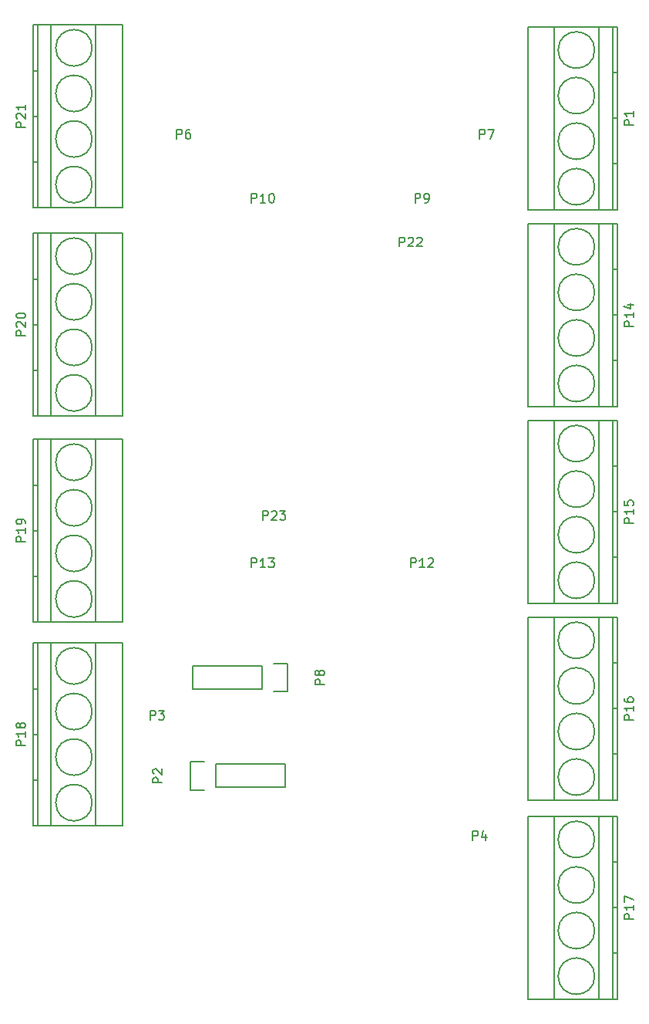
<source format=gbr>
G04 #@! TF.FileFunction,Legend,Top*
%FSLAX46Y46*%
G04 Gerber Fmt 4.6, Leading zero omitted, Abs format (unit mm)*
G04 Created by KiCad (PCBNEW 4.0.3+e1-6302~38~ubuntu16.04.1-stable) date Thu Aug 18 14:21:30 2016*
%MOMM*%
%LPD*%
G01*
G04 APERTURE LIST*
%ADD10C,0.100000*%
%ADD11C,0.150000*%
G04 APERTURE END LIST*
D10*
D11*
X114463000Y-28394000D02*
X114963000Y-28394000D01*
X112463000Y-25894000D02*
G75*
G03X112463000Y-25894000I-2000000J0D01*
G01*
X112463000Y-30894000D02*
G75*
G03X112463000Y-30894000I-2000000J0D01*
G01*
X114463000Y-33394000D02*
X114963000Y-33394000D01*
X114463000Y-38394000D02*
X114963000Y-38394000D01*
X112463000Y-35894000D02*
G75*
G03X112463000Y-35894000I-2000000J0D01*
G01*
X112463000Y-40894000D02*
G75*
G03X112463000Y-40894000I-2000000J0D01*
G01*
X112963000Y-43394000D02*
X112963000Y-23394000D01*
X108063000Y-43394000D02*
X108063000Y-23394000D01*
X114463000Y-43394000D02*
X114463000Y-23394000D01*
X114963000Y-43394000D02*
X114963000Y-23394000D01*
X114963000Y-23394000D02*
X105163000Y-23394000D01*
X105163000Y-23394000D02*
X105163000Y-43394000D01*
X105163000Y-43394000D02*
X114963000Y-43394000D01*
X70866000Y-106807000D02*
X78486000Y-106807000D01*
X70866000Y-104267000D02*
X78486000Y-104267000D01*
X68046000Y-103987000D02*
X69596000Y-103987000D01*
X78486000Y-106807000D02*
X78486000Y-104267000D01*
X70866000Y-104267000D02*
X70866000Y-106807000D01*
X69596000Y-107087000D02*
X68046000Y-107087000D01*
X68046000Y-107087000D02*
X68046000Y-103987000D01*
X75946000Y-93472000D02*
X68326000Y-93472000D01*
X75946000Y-96012000D02*
X68326000Y-96012000D01*
X78766000Y-96292000D02*
X77216000Y-96292000D01*
X68326000Y-93472000D02*
X68326000Y-96012000D01*
X75946000Y-96012000D02*
X75946000Y-93472000D01*
X77216000Y-93192000D02*
X78766000Y-93192000D01*
X78766000Y-93192000D02*
X78766000Y-96292000D01*
X114463000Y-49984000D02*
X114963000Y-49984000D01*
X112463000Y-47484000D02*
G75*
G03X112463000Y-47484000I-2000000J0D01*
G01*
X112463000Y-52484000D02*
G75*
G03X112463000Y-52484000I-2000000J0D01*
G01*
X114463000Y-54984000D02*
X114963000Y-54984000D01*
X114463000Y-59984000D02*
X114963000Y-59984000D01*
X112463000Y-57484000D02*
G75*
G03X112463000Y-57484000I-2000000J0D01*
G01*
X112463000Y-62484000D02*
G75*
G03X112463000Y-62484000I-2000000J0D01*
G01*
X112963000Y-64984000D02*
X112963000Y-44984000D01*
X108063000Y-64984000D02*
X108063000Y-44984000D01*
X114463000Y-64984000D02*
X114463000Y-44984000D01*
X114963000Y-64984000D02*
X114963000Y-44984000D01*
X114963000Y-44984000D02*
X105163000Y-44984000D01*
X105163000Y-44984000D02*
X105163000Y-64984000D01*
X105163000Y-64984000D02*
X114963000Y-64984000D01*
X114463000Y-71574000D02*
X114963000Y-71574000D01*
X112463000Y-69074000D02*
G75*
G03X112463000Y-69074000I-2000000J0D01*
G01*
X112463000Y-74074000D02*
G75*
G03X112463000Y-74074000I-2000000J0D01*
G01*
X114463000Y-76574000D02*
X114963000Y-76574000D01*
X114463000Y-81574000D02*
X114963000Y-81574000D01*
X112463000Y-79074000D02*
G75*
G03X112463000Y-79074000I-2000000J0D01*
G01*
X112463000Y-84074000D02*
G75*
G03X112463000Y-84074000I-2000000J0D01*
G01*
X112963000Y-86574000D02*
X112963000Y-66574000D01*
X108063000Y-86574000D02*
X108063000Y-66574000D01*
X114463000Y-86574000D02*
X114463000Y-66574000D01*
X114963000Y-86574000D02*
X114963000Y-66574000D01*
X114963000Y-66574000D02*
X105163000Y-66574000D01*
X105163000Y-66574000D02*
X105163000Y-86574000D01*
X105163000Y-86574000D02*
X114963000Y-86574000D01*
X114463000Y-93164000D02*
X114963000Y-93164000D01*
X112463000Y-90664000D02*
G75*
G03X112463000Y-90664000I-2000000J0D01*
G01*
X112463000Y-95664000D02*
G75*
G03X112463000Y-95664000I-2000000J0D01*
G01*
X114463000Y-98164000D02*
X114963000Y-98164000D01*
X114463000Y-103164000D02*
X114963000Y-103164000D01*
X112463000Y-100664000D02*
G75*
G03X112463000Y-100664000I-2000000J0D01*
G01*
X112463000Y-105664000D02*
G75*
G03X112463000Y-105664000I-2000000J0D01*
G01*
X112963000Y-108164000D02*
X112963000Y-88164000D01*
X108063000Y-108164000D02*
X108063000Y-88164000D01*
X114463000Y-108164000D02*
X114463000Y-88164000D01*
X114963000Y-108164000D02*
X114963000Y-88164000D01*
X114963000Y-88164000D02*
X105163000Y-88164000D01*
X105163000Y-88164000D02*
X105163000Y-108164000D01*
X105163000Y-108164000D02*
X114963000Y-108164000D01*
X114463000Y-115008000D02*
X114963000Y-115008000D01*
X112463000Y-112508000D02*
G75*
G03X112463000Y-112508000I-2000000J0D01*
G01*
X112463000Y-117508000D02*
G75*
G03X112463000Y-117508000I-2000000J0D01*
G01*
X114463000Y-120008000D02*
X114963000Y-120008000D01*
X114463000Y-125008000D02*
X114963000Y-125008000D01*
X112463000Y-122508000D02*
G75*
G03X112463000Y-122508000I-2000000J0D01*
G01*
X112463000Y-127508000D02*
G75*
G03X112463000Y-127508000I-2000000J0D01*
G01*
X112963000Y-130008000D02*
X112963000Y-110008000D01*
X108063000Y-130008000D02*
X108063000Y-110008000D01*
X114463000Y-130008000D02*
X114463000Y-110008000D01*
X114963000Y-130008000D02*
X114963000Y-110008000D01*
X114963000Y-110008000D02*
X105163000Y-110008000D01*
X105163000Y-110008000D02*
X105163000Y-130008000D01*
X105163000Y-130008000D02*
X114963000Y-130008000D01*
X51272000Y-105972000D02*
X50772000Y-105972000D01*
X57272000Y-108472000D02*
G75*
G03X57272000Y-108472000I-2000000J0D01*
G01*
X57272000Y-103472000D02*
G75*
G03X57272000Y-103472000I-2000000J0D01*
G01*
X51272000Y-100972000D02*
X50772000Y-100972000D01*
X51272000Y-95972000D02*
X50772000Y-95972000D01*
X57272000Y-98472000D02*
G75*
G03X57272000Y-98472000I-2000000J0D01*
G01*
X57272000Y-93472000D02*
G75*
G03X57272000Y-93472000I-2000000J0D01*
G01*
X52772000Y-90972000D02*
X52772000Y-110972000D01*
X57672000Y-90972000D02*
X57672000Y-110972000D01*
X51272000Y-90972000D02*
X51272000Y-110972000D01*
X50772000Y-90972000D02*
X50772000Y-110972000D01*
X50772000Y-110972000D02*
X60572000Y-110972000D01*
X60572000Y-110972000D02*
X60572000Y-90972000D01*
X60572000Y-90972000D02*
X50772000Y-90972000D01*
X51272000Y-83620000D02*
X50772000Y-83620000D01*
X57272000Y-86120000D02*
G75*
G03X57272000Y-86120000I-2000000J0D01*
G01*
X57272000Y-81120000D02*
G75*
G03X57272000Y-81120000I-2000000J0D01*
G01*
X51272000Y-78620000D02*
X50772000Y-78620000D01*
X51272000Y-73620000D02*
X50772000Y-73620000D01*
X57272000Y-76120000D02*
G75*
G03X57272000Y-76120000I-2000000J0D01*
G01*
X57272000Y-71120000D02*
G75*
G03X57272000Y-71120000I-2000000J0D01*
G01*
X52772000Y-68620000D02*
X52772000Y-88620000D01*
X57672000Y-68620000D02*
X57672000Y-88620000D01*
X51272000Y-68620000D02*
X51272000Y-88620000D01*
X50772000Y-68620000D02*
X50772000Y-88620000D01*
X50772000Y-88620000D02*
X60572000Y-88620000D01*
X60572000Y-88620000D02*
X60572000Y-68620000D01*
X60572000Y-68620000D02*
X50772000Y-68620000D01*
X51272000Y-61014000D02*
X50772000Y-61014000D01*
X57272000Y-63514000D02*
G75*
G03X57272000Y-63514000I-2000000J0D01*
G01*
X57272000Y-58514000D02*
G75*
G03X57272000Y-58514000I-2000000J0D01*
G01*
X51272000Y-56014000D02*
X50772000Y-56014000D01*
X51272000Y-51014000D02*
X50772000Y-51014000D01*
X57272000Y-53514000D02*
G75*
G03X57272000Y-53514000I-2000000J0D01*
G01*
X57272000Y-48514000D02*
G75*
G03X57272000Y-48514000I-2000000J0D01*
G01*
X52772000Y-46014000D02*
X52772000Y-66014000D01*
X57672000Y-46014000D02*
X57672000Y-66014000D01*
X51272000Y-46014000D02*
X51272000Y-66014000D01*
X50772000Y-46014000D02*
X50772000Y-66014000D01*
X50772000Y-66014000D02*
X60572000Y-66014000D01*
X60572000Y-66014000D02*
X60572000Y-46014000D01*
X60572000Y-46014000D02*
X50772000Y-46014000D01*
X51272000Y-38154000D02*
X50772000Y-38154000D01*
X57272000Y-40654000D02*
G75*
G03X57272000Y-40654000I-2000000J0D01*
G01*
X57272000Y-35654000D02*
G75*
G03X57272000Y-35654000I-2000000J0D01*
G01*
X51272000Y-33154000D02*
X50772000Y-33154000D01*
X51272000Y-28154000D02*
X50772000Y-28154000D01*
X57272000Y-30654000D02*
G75*
G03X57272000Y-30654000I-2000000J0D01*
G01*
X57272000Y-25654000D02*
G75*
G03X57272000Y-25654000I-2000000J0D01*
G01*
X52772000Y-23154000D02*
X52772000Y-43154000D01*
X57672000Y-23154000D02*
X57672000Y-43154000D01*
X51272000Y-23154000D02*
X51272000Y-43154000D01*
X50772000Y-23154000D02*
X50772000Y-43154000D01*
X50772000Y-43154000D02*
X60572000Y-43154000D01*
X60572000Y-43154000D02*
X60572000Y-23154000D01*
X60572000Y-23154000D02*
X50772000Y-23154000D01*
X116715381Y-34132095D02*
X115715381Y-34132095D01*
X115715381Y-33751142D01*
X115763000Y-33655904D01*
X115810619Y-33608285D01*
X115905857Y-33560666D01*
X116048714Y-33560666D01*
X116143952Y-33608285D01*
X116191571Y-33655904D01*
X116239190Y-33751142D01*
X116239190Y-34132095D01*
X116715381Y-32608285D02*
X116715381Y-33179714D01*
X116715381Y-32894000D02*
X115715381Y-32894000D01*
X115858238Y-32989238D01*
X115953476Y-33084476D01*
X116001095Y-33179714D01*
X64948381Y-106275095D02*
X63948381Y-106275095D01*
X63948381Y-105894142D01*
X63996000Y-105798904D01*
X64043619Y-105751285D01*
X64138857Y-105703666D01*
X64281714Y-105703666D01*
X64376952Y-105751285D01*
X64424571Y-105798904D01*
X64472190Y-105894142D01*
X64472190Y-106275095D01*
X64043619Y-105322714D02*
X63996000Y-105275095D01*
X63948381Y-105179857D01*
X63948381Y-104941761D01*
X63996000Y-104846523D01*
X64043619Y-104798904D01*
X64138857Y-104751285D01*
X64234095Y-104751285D01*
X64376952Y-104798904D01*
X64948381Y-105370333D01*
X64948381Y-104751285D01*
X82768381Y-95480095D02*
X81768381Y-95480095D01*
X81768381Y-95099142D01*
X81816000Y-95003904D01*
X81863619Y-94956285D01*
X81958857Y-94908666D01*
X82101714Y-94908666D01*
X82196952Y-94956285D01*
X82244571Y-95003904D01*
X82292190Y-95099142D01*
X82292190Y-95480095D01*
X82196952Y-94337238D02*
X82149333Y-94432476D01*
X82101714Y-94480095D01*
X82006476Y-94527714D01*
X81958857Y-94527714D01*
X81863619Y-94480095D01*
X81816000Y-94432476D01*
X81768381Y-94337238D01*
X81768381Y-94146761D01*
X81816000Y-94051523D01*
X81863619Y-94003904D01*
X81958857Y-93956285D01*
X82006476Y-93956285D01*
X82101714Y-94003904D01*
X82149333Y-94051523D01*
X82196952Y-94146761D01*
X82196952Y-94337238D01*
X82244571Y-94432476D01*
X82292190Y-94480095D01*
X82387429Y-94527714D01*
X82577905Y-94527714D01*
X82673143Y-94480095D01*
X82720762Y-94432476D01*
X82768381Y-94337238D01*
X82768381Y-94146761D01*
X82720762Y-94051523D01*
X82673143Y-94003904D01*
X82577905Y-93956285D01*
X82387429Y-93956285D01*
X82292190Y-94003904D01*
X82244571Y-94051523D01*
X82196952Y-94146761D01*
X92761905Y-42642381D02*
X92761905Y-41642381D01*
X93142858Y-41642381D01*
X93238096Y-41690000D01*
X93285715Y-41737619D01*
X93333334Y-41832857D01*
X93333334Y-41975714D01*
X93285715Y-42070952D01*
X93238096Y-42118571D01*
X93142858Y-42166190D01*
X92761905Y-42166190D01*
X93809524Y-42642381D02*
X94000000Y-42642381D01*
X94095239Y-42594762D01*
X94142858Y-42547143D01*
X94238096Y-42404286D01*
X94285715Y-42213810D01*
X94285715Y-41832857D01*
X94238096Y-41737619D01*
X94190477Y-41690000D01*
X94095239Y-41642381D01*
X93904762Y-41642381D01*
X93809524Y-41690000D01*
X93761905Y-41737619D01*
X93714286Y-41832857D01*
X93714286Y-42070952D01*
X93761905Y-42166190D01*
X93809524Y-42213810D01*
X93904762Y-42261429D01*
X94095239Y-42261429D01*
X94190477Y-42213810D01*
X94238096Y-42166190D01*
X94285715Y-42070952D01*
X74785714Y-42642381D02*
X74785714Y-41642381D01*
X75166667Y-41642381D01*
X75261905Y-41690000D01*
X75309524Y-41737619D01*
X75357143Y-41832857D01*
X75357143Y-41975714D01*
X75309524Y-42070952D01*
X75261905Y-42118571D01*
X75166667Y-42166190D01*
X74785714Y-42166190D01*
X76309524Y-42642381D02*
X75738095Y-42642381D01*
X76023809Y-42642381D02*
X76023809Y-41642381D01*
X75928571Y-41785238D01*
X75833333Y-41880476D01*
X75738095Y-41928095D01*
X76928571Y-41642381D02*
X77023810Y-41642381D01*
X77119048Y-41690000D01*
X77166667Y-41737619D01*
X77214286Y-41832857D01*
X77261905Y-42023333D01*
X77261905Y-42261429D01*
X77214286Y-42451905D01*
X77166667Y-42547143D01*
X77119048Y-42594762D01*
X77023810Y-42642381D01*
X76928571Y-42642381D01*
X76833333Y-42594762D01*
X76785714Y-42547143D01*
X76738095Y-42451905D01*
X76690476Y-42261429D01*
X76690476Y-42023333D01*
X76738095Y-41832857D01*
X76785714Y-41737619D01*
X76833333Y-41690000D01*
X76928571Y-41642381D01*
X92285714Y-82642381D02*
X92285714Y-81642381D01*
X92666667Y-81642381D01*
X92761905Y-81690000D01*
X92809524Y-81737619D01*
X92857143Y-81832857D01*
X92857143Y-81975714D01*
X92809524Y-82070952D01*
X92761905Y-82118571D01*
X92666667Y-82166190D01*
X92285714Y-82166190D01*
X93809524Y-82642381D02*
X93238095Y-82642381D01*
X93523809Y-82642381D02*
X93523809Y-81642381D01*
X93428571Y-81785238D01*
X93333333Y-81880476D01*
X93238095Y-81928095D01*
X94190476Y-81737619D02*
X94238095Y-81690000D01*
X94333333Y-81642381D01*
X94571429Y-81642381D01*
X94666667Y-81690000D01*
X94714286Y-81737619D01*
X94761905Y-81832857D01*
X94761905Y-81928095D01*
X94714286Y-82070952D01*
X94142857Y-82642381D01*
X94761905Y-82642381D01*
X74785714Y-82642381D02*
X74785714Y-81642381D01*
X75166667Y-81642381D01*
X75261905Y-81690000D01*
X75309524Y-81737619D01*
X75357143Y-81832857D01*
X75357143Y-81975714D01*
X75309524Y-82070952D01*
X75261905Y-82118571D01*
X75166667Y-82166190D01*
X74785714Y-82166190D01*
X76309524Y-82642381D02*
X75738095Y-82642381D01*
X76023809Y-82642381D02*
X76023809Y-81642381D01*
X75928571Y-81785238D01*
X75833333Y-81880476D01*
X75738095Y-81928095D01*
X76642857Y-81642381D02*
X77261905Y-81642381D01*
X76928571Y-82023333D01*
X77071429Y-82023333D01*
X77166667Y-82070952D01*
X77214286Y-82118571D01*
X77261905Y-82213810D01*
X77261905Y-82451905D01*
X77214286Y-82547143D01*
X77166667Y-82594762D01*
X77071429Y-82642381D01*
X76785714Y-82642381D01*
X76690476Y-82594762D01*
X76642857Y-82547143D01*
X116715381Y-56198286D02*
X115715381Y-56198286D01*
X115715381Y-55817333D01*
X115763000Y-55722095D01*
X115810619Y-55674476D01*
X115905857Y-55626857D01*
X116048714Y-55626857D01*
X116143952Y-55674476D01*
X116191571Y-55722095D01*
X116239190Y-55817333D01*
X116239190Y-56198286D01*
X116715381Y-54674476D02*
X116715381Y-55245905D01*
X116715381Y-54960191D02*
X115715381Y-54960191D01*
X115858238Y-55055429D01*
X115953476Y-55150667D01*
X116001095Y-55245905D01*
X116048714Y-53817333D02*
X116715381Y-53817333D01*
X115667762Y-54055429D02*
X116382048Y-54293524D01*
X116382048Y-53674476D01*
X116715381Y-77788286D02*
X115715381Y-77788286D01*
X115715381Y-77407333D01*
X115763000Y-77312095D01*
X115810619Y-77264476D01*
X115905857Y-77216857D01*
X116048714Y-77216857D01*
X116143952Y-77264476D01*
X116191571Y-77312095D01*
X116239190Y-77407333D01*
X116239190Y-77788286D01*
X116715381Y-76264476D02*
X116715381Y-76835905D01*
X116715381Y-76550191D02*
X115715381Y-76550191D01*
X115858238Y-76645429D01*
X115953476Y-76740667D01*
X116001095Y-76835905D01*
X115715381Y-75359714D02*
X115715381Y-75835905D01*
X116191571Y-75883524D01*
X116143952Y-75835905D01*
X116096333Y-75740667D01*
X116096333Y-75502571D01*
X116143952Y-75407333D01*
X116191571Y-75359714D01*
X116286810Y-75312095D01*
X116524905Y-75312095D01*
X116620143Y-75359714D01*
X116667762Y-75407333D01*
X116715381Y-75502571D01*
X116715381Y-75740667D01*
X116667762Y-75835905D01*
X116620143Y-75883524D01*
X116715381Y-99378286D02*
X115715381Y-99378286D01*
X115715381Y-98997333D01*
X115763000Y-98902095D01*
X115810619Y-98854476D01*
X115905857Y-98806857D01*
X116048714Y-98806857D01*
X116143952Y-98854476D01*
X116191571Y-98902095D01*
X116239190Y-98997333D01*
X116239190Y-99378286D01*
X116715381Y-97854476D02*
X116715381Y-98425905D01*
X116715381Y-98140191D02*
X115715381Y-98140191D01*
X115858238Y-98235429D01*
X115953476Y-98330667D01*
X116001095Y-98425905D01*
X115715381Y-96997333D02*
X115715381Y-97187810D01*
X115763000Y-97283048D01*
X115810619Y-97330667D01*
X115953476Y-97425905D01*
X116143952Y-97473524D01*
X116524905Y-97473524D01*
X116620143Y-97425905D01*
X116667762Y-97378286D01*
X116715381Y-97283048D01*
X116715381Y-97092571D01*
X116667762Y-96997333D01*
X116620143Y-96949714D01*
X116524905Y-96902095D01*
X116286810Y-96902095D01*
X116191571Y-96949714D01*
X116143952Y-96997333D01*
X116096333Y-97092571D01*
X116096333Y-97283048D01*
X116143952Y-97378286D01*
X116191571Y-97425905D01*
X116286810Y-97473524D01*
X116715381Y-121222286D02*
X115715381Y-121222286D01*
X115715381Y-120841333D01*
X115763000Y-120746095D01*
X115810619Y-120698476D01*
X115905857Y-120650857D01*
X116048714Y-120650857D01*
X116143952Y-120698476D01*
X116191571Y-120746095D01*
X116239190Y-120841333D01*
X116239190Y-121222286D01*
X116715381Y-119698476D02*
X116715381Y-120269905D01*
X116715381Y-119984191D02*
X115715381Y-119984191D01*
X115858238Y-120079429D01*
X115953476Y-120174667D01*
X116001095Y-120269905D01*
X115715381Y-119365143D02*
X115715381Y-118698476D01*
X116715381Y-119127048D01*
X49924381Y-102186286D02*
X48924381Y-102186286D01*
X48924381Y-101805333D01*
X48972000Y-101710095D01*
X49019619Y-101662476D01*
X49114857Y-101614857D01*
X49257714Y-101614857D01*
X49352952Y-101662476D01*
X49400571Y-101710095D01*
X49448190Y-101805333D01*
X49448190Y-102186286D01*
X49924381Y-100662476D02*
X49924381Y-101233905D01*
X49924381Y-100948191D02*
X48924381Y-100948191D01*
X49067238Y-101043429D01*
X49162476Y-101138667D01*
X49210095Y-101233905D01*
X49352952Y-100091048D02*
X49305333Y-100186286D01*
X49257714Y-100233905D01*
X49162476Y-100281524D01*
X49114857Y-100281524D01*
X49019619Y-100233905D01*
X48972000Y-100186286D01*
X48924381Y-100091048D01*
X48924381Y-99900571D01*
X48972000Y-99805333D01*
X49019619Y-99757714D01*
X49114857Y-99710095D01*
X49162476Y-99710095D01*
X49257714Y-99757714D01*
X49305333Y-99805333D01*
X49352952Y-99900571D01*
X49352952Y-100091048D01*
X49400571Y-100186286D01*
X49448190Y-100233905D01*
X49543429Y-100281524D01*
X49733905Y-100281524D01*
X49829143Y-100233905D01*
X49876762Y-100186286D01*
X49924381Y-100091048D01*
X49924381Y-99900571D01*
X49876762Y-99805333D01*
X49829143Y-99757714D01*
X49733905Y-99710095D01*
X49543429Y-99710095D01*
X49448190Y-99757714D01*
X49400571Y-99805333D01*
X49352952Y-99900571D01*
X49924381Y-79834286D02*
X48924381Y-79834286D01*
X48924381Y-79453333D01*
X48972000Y-79358095D01*
X49019619Y-79310476D01*
X49114857Y-79262857D01*
X49257714Y-79262857D01*
X49352952Y-79310476D01*
X49400571Y-79358095D01*
X49448190Y-79453333D01*
X49448190Y-79834286D01*
X49924381Y-78310476D02*
X49924381Y-78881905D01*
X49924381Y-78596191D02*
X48924381Y-78596191D01*
X49067238Y-78691429D01*
X49162476Y-78786667D01*
X49210095Y-78881905D01*
X49924381Y-77834286D02*
X49924381Y-77643810D01*
X49876762Y-77548571D01*
X49829143Y-77500952D01*
X49686286Y-77405714D01*
X49495810Y-77358095D01*
X49114857Y-77358095D01*
X49019619Y-77405714D01*
X48972000Y-77453333D01*
X48924381Y-77548571D01*
X48924381Y-77739048D01*
X48972000Y-77834286D01*
X49019619Y-77881905D01*
X49114857Y-77929524D01*
X49352952Y-77929524D01*
X49448190Y-77881905D01*
X49495810Y-77834286D01*
X49543429Y-77739048D01*
X49543429Y-77548571D01*
X49495810Y-77453333D01*
X49448190Y-77405714D01*
X49352952Y-77358095D01*
X49924381Y-57228286D02*
X48924381Y-57228286D01*
X48924381Y-56847333D01*
X48972000Y-56752095D01*
X49019619Y-56704476D01*
X49114857Y-56656857D01*
X49257714Y-56656857D01*
X49352952Y-56704476D01*
X49400571Y-56752095D01*
X49448190Y-56847333D01*
X49448190Y-57228286D01*
X49019619Y-56275905D02*
X48972000Y-56228286D01*
X48924381Y-56133048D01*
X48924381Y-55894952D01*
X48972000Y-55799714D01*
X49019619Y-55752095D01*
X49114857Y-55704476D01*
X49210095Y-55704476D01*
X49352952Y-55752095D01*
X49924381Y-56323524D01*
X49924381Y-55704476D01*
X48924381Y-55085429D02*
X48924381Y-54990190D01*
X48972000Y-54894952D01*
X49019619Y-54847333D01*
X49114857Y-54799714D01*
X49305333Y-54752095D01*
X49543429Y-54752095D01*
X49733905Y-54799714D01*
X49829143Y-54847333D01*
X49876762Y-54894952D01*
X49924381Y-54990190D01*
X49924381Y-55085429D01*
X49876762Y-55180667D01*
X49829143Y-55228286D01*
X49733905Y-55275905D01*
X49543429Y-55323524D01*
X49305333Y-55323524D01*
X49114857Y-55275905D01*
X49019619Y-55228286D01*
X48972000Y-55180667D01*
X48924381Y-55085429D01*
X49924381Y-34368286D02*
X48924381Y-34368286D01*
X48924381Y-33987333D01*
X48972000Y-33892095D01*
X49019619Y-33844476D01*
X49114857Y-33796857D01*
X49257714Y-33796857D01*
X49352952Y-33844476D01*
X49400571Y-33892095D01*
X49448190Y-33987333D01*
X49448190Y-34368286D01*
X49019619Y-33415905D02*
X48972000Y-33368286D01*
X48924381Y-33273048D01*
X48924381Y-33034952D01*
X48972000Y-32939714D01*
X49019619Y-32892095D01*
X49114857Y-32844476D01*
X49210095Y-32844476D01*
X49352952Y-32892095D01*
X49924381Y-33463524D01*
X49924381Y-32844476D01*
X49924381Y-31892095D02*
X49924381Y-32463524D01*
X49924381Y-32177810D02*
X48924381Y-32177810D01*
X49067238Y-32273048D01*
X49162476Y-32368286D01*
X49210095Y-32463524D01*
X63650905Y-99376381D02*
X63650905Y-98376381D01*
X64031858Y-98376381D01*
X64127096Y-98424000D01*
X64174715Y-98471619D01*
X64222334Y-98566857D01*
X64222334Y-98709714D01*
X64174715Y-98804952D01*
X64127096Y-98852571D01*
X64031858Y-98900190D01*
X63650905Y-98900190D01*
X64555667Y-98376381D02*
X65174715Y-98376381D01*
X64841381Y-98757333D01*
X64984239Y-98757333D01*
X65079477Y-98804952D01*
X65127096Y-98852571D01*
X65174715Y-98947810D01*
X65174715Y-99185905D01*
X65127096Y-99281143D01*
X65079477Y-99328762D01*
X64984239Y-99376381D01*
X64698524Y-99376381D01*
X64603286Y-99328762D01*
X64555667Y-99281143D01*
X66571905Y-35622381D02*
X66571905Y-34622381D01*
X66952858Y-34622381D01*
X67048096Y-34670000D01*
X67095715Y-34717619D01*
X67143334Y-34812857D01*
X67143334Y-34955714D01*
X67095715Y-35050952D01*
X67048096Y-35098571D01*
X66952858Y-35146190D01*
X66571905Y-35146190D01*
X68000477Y-34622381D02*
X67810000Y-34622381D01*
X67714762Y-34670000D01*
X67667143Y-34717619D01*
X67571905Y-34860476D01*
X67524286Y-35050952D01*
X67524286Y-35431905D01*
X67571905Y-35527143D01*
X67619524Y-35574762D01*
X67714762Y-35622381D01*
X67905239Y-35622381D01*
X68000477Y-35574762D01*
X68048096Y-35527143D01*
X68095715Y-35431905D01*
X68095715Y-35193810D01*
X68048096Y-35098571D01*
X68000477Y-35050952D01*
X67905239Y-35003333D01*
X67714762Y-35003333D01*
X67619524Y-35050952D01*
X67571905Y-35098571D01*
X67524286Y-35193810D01*
X99845905Y-35622381D02*
X99845905Y-34622381D01*
X100226858Y-34622381D01*
X100322096Y-34670000D01*
X100369715Y-34717619D01*
X100417334Y-34812857D01*
X100417334Y-34955714D01*
X100369715Y-35050952D01*
X100322096Y-35098571D01*
X100226858Y-35146190D01*
X99845905Y-35146190D01*
X100750667Y-34622381D02*
X101417334Y-34622381D01*
X100988762Y-35622381D01*
X91035714Y-47452381D02*
X91035714Y-46452381D01*
X91416667Y-46452381D01*
X91511905Y-46500000D01*
X91559524Y-46547619D01*
X91607143Y-46642857D01*
X91607143Y-46785714D01*
X91559524Y-46880952D01*
X91511905Y-46928571D01*
X91416667Y-46976190D01*
X91035714Y-46976190D01*
X91988095Y-46547619D02*
X92035714Y-46500000D01*
X92130952Y-46452381D01*
X92369048Y-46452381D01*
X92464286Y-46500000D01*
X92511905Y-46547619D01*
X92559524Y-46642857D01*
X92559524Y-46738095D01*
X92511905Y-46880952D01*
X91940476Y-47452381D01*
X92559524Y-47452381D01*
X92940476Y-46547619D02*
X92988095Y-46500000D01*
X93083333Y-46452381D01*
X93321429Y-46452381D01*
X93416667Y-46500000D01*
X93464286Y-46547619D01*
X93511905Y-46642857D01*
X93511905Y-46738095D01*
X93464286Y-46880952D01*
X92892857Y-47452381D01*
X93511905Y-47452381D01*
X76035714Y-77452381D02*
X76035714Y-76452381D01*
X76416667Y-76452381D01*
X76511905Y-76500000D01*
X76559524Y-76547619D01*
X76607143Y-76642857D01*
X76607143Y-76785714D01*
X76559524Y-76880952D01*
X76511905Y-76928571D01*
X76416667Y-76976190D01*
X76035714Y-76976190D01*
X76988095Y-76547619D02*
X77035714Y-76500000D01*
X77130952Y-76452381D01*
X77369048Y-76452381D01*
X77464286Y-76500000D01*
X77511905Y-76547619D01*
X77559524Y-76642857D01*
X77559524Y-76738095D01*
X77511905Y-76880952D01*
X76940476Y-77452381D01*
X77559524Y-77452381D01*
X77892857Y-76452381D02*
X78511905Y-76452381D01*
X78178571Y-76833333D01*
X78321429Y-76833333D01*
X78416667Y-76880952D01*
X78464286Y-76928571D01*
X78511905Y-77023810D01*
X78511905Y-77261905D01*
X78464286Y-77357143D01*
X78416667Y-77404762D01*
X78321429Y-77452381D01*
X78035714Y-77452381D01*
X77940476Y-77404762D01*
X77892857Y-77357143D01*
X99083905Y-112584381D02*
X99083905Y-111584381D01*
X99464858Y-111584381D01*
X99560096Y-111632000D01*
X99607715Y-111679619D01*
X99655334Y-111774857D01*
X99655334Y-111917714D01*
X99607715Y-112012952D01*
X99560096Y-112060571D01*
X99464858Y-112108190D01*
X99083905Y-112108190D01*
X100512477Y-111917714D02*
X100512477Y-112584381D01*
X100274381Y-111536762D02*
X100036286Y-112251048D01*
X100655334Y-112251048D01*
M02*

</source>
